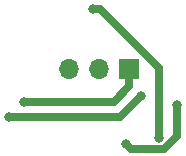
<source format=gbr>
G04 #@! TF.GenerationSoftware,KiCad,Pcbnew,5.1.5-52549c5~84~ubuntu16.04.1*
G04 #@! TF.CreationDate,2019-12-06T18:37:25-05:00*
G04 #@! TF.ProjectId,RGBSL,52474253-4c2e-46b6-9963-61645f706362,rev?*
G04 #@! TF.SameCoordinates,Original*
G04 #@! TF.FileFunction,Copper,L2,Bot*
G04 #@! TF.FilePolarity,Positive*
%FSLAX46Y46*%
G04 Gerber Fmt 4.6, Leading zero omitted, Abs format (unit mm)*
G04 Created by KiCad (PCBNEW 5.1.5-52549c5~84~ubuntu16.04.1) date 2019-12-06 18:37:25*
%MOMM*%
%LPD*%
G04 APERTURE LIST*
%ADD10R,1.700000X1.700000*%
%ADD11O,1.700000X1.700000*%
%ADD12C,0.800000*%
%ADD13C,0.635000*%
G04 APERTURE END LIST*
D10*
X148336000Y-53848000D03*
D11*
X145796000Y-53848000D03*
X143256000Y-53848000D03*
D12*
X139446000Y-56642000D03*
X150876000Y-59690000D03*
X145288000Y-48768000D03*
X148082000Y-60198000D03*
X152400000Y-56896000D03*
X138176000Y-57912000D03*
X149352000Y-56134000D03*
D13*
X147027000Y-56642000D02*
X139446000Y-56642000D01*
X148336000Y-55333000D02*
X147027000Y-56642000D01*
X148336000Y-53848000D02*
X148336000Y-55333000D01*
X145887502Y-48768000D02*
X145288000Y-48768000D01*
X150876000Y-53756498D02*
X145887502Y-48768000D01*
X150876000Y-59690000D02*
X150876000Y-53756498D01*
X148082000Y-60198000D02*
X148491501Y-60607501D01*
X148491501Y-60607501D02*
X151316401Y-60607501D01*
X151316401Y-60607501D02*
X152400000Y-59523902D01*
X152400000Y-59523902D02*
X152400000Y-56896000D01*
X147574000Y-57912000D02*
X149352000Y-56134000D01*
X138176000Y-57912000D02*
X147574000Y-57912000D01*
M02*

</source>
